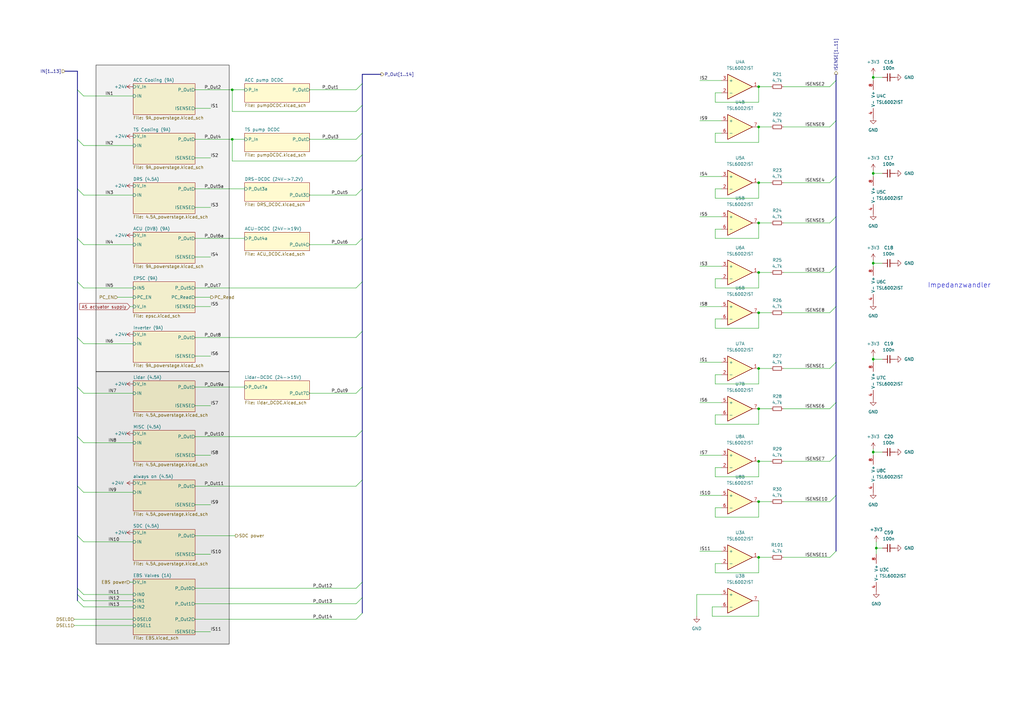
<source format=kicad_sch>
(kicad_sch (version 20231120) (generator "eeschema") (generator_version "8.0")
  (paper "A3")
  (title_block (title "PDU FT25") (date "2024-11-23") (rev "V1.1") (company "Janek Herm") (comment 1 "FaSTTUBe Electronics"))
  (lib_symbols
    (symbol "Device:C_Small" (pin_numbers hide) (pin_names (offset 0.254) hide)
      (property "Reference" "C" (at 0.254 1.778 0))
      (property "Value" "C_Small" (at 0.254 -2.032 0))
      (symbol "C_Small_0_1"
        (polyline (pts (xy -1.524 -0.508) (xy 1.524 -0.508)) (stroke (width 0.3302)))
        (polyline (pts (xy -1.524 0.508) (xy 1.524 0.508)) (stroke (width 0.3048)))
      )
      (symbol "C_Small_1_1"
        (pin passive line (at 0 2.54 270) (length 2.032) (name "~") (number "1"))
        (pin passive line (at 0 -2.54 90) (length 2.032) (name "~") (number "2"))
      )
    )
    (symbol "Device:Opamp_Dual"
      (property "Reference" "U" (at 0 5.08 0))
      (property "Value" "Opamp_Dual" (at 0 -5.08 0))
      (symbol "Opamp_Dual_1_1"
        (polyline (pts (xy -5.08 5.08) (xy 5.08 0) (xy -5.08 -5.08) (xy -5.08 5.08)) (stroke (width 0.254)) (fill (type background)))
        (pin output line (at 7.62 0 180) (length 2.54) (name "~") (number "1"))
        (pin input line (at -7.62 -2.54 0) (length 2.54) (name "-") (number "2"))
        (pin input line (at -7.62 2.54 0) (length 2.54) (name "+") (number "3"))
      )
      (symbol "Opamp_Dual_2_1"
        (polyline (pts (xy -5.08 5.08) (xy 5.08 0) (xy -5.08 -5.08) (xy -5.08 5.08)) (stroke (width 0.254)) (fill (type background)))
        (pin input line (at -7.62 2.54 0) (length 2.54) (name "+") (number "5"))
        (pin input line (at -7.62 -2.54 0) (length 2.54) (name "-") (number "6"))
        (pin output line (at 7.62 0 180) (length 2.54) (name "~") (number "7"))
      )
      (symbol "Opamp_Dual_3_1"
        (pin power_in line (at -2.54 -7.62 90) (length 3.81) (name "V-") (number "4"))
        (pin power_in line (at -2.54 7.62 270) (length 3.81) (name "V+") (number "8"))
      )
    )
    (symbol "Device:R_Small" (pin_numbers hide) (pin_names (offset 0.254) hide)
      (property "Reference" "R" (at 0.762 0.508 0))
      (property "Value" "R_Small" (at 0.762 -1.016 0))
      (symbol "R_Small_0_1"
        (rectangle (start -0.762 1.778) (end 0.762 -1.778) (stroke (width 0.2032)))
      )
      (symbol "R_Small_1_1"
        (pin passive line (at 0 2.54 270) (length 0.762) (name "~") (number "1"))
        (pin passive line (at 0 -2.54 90) (length 0.762) (name "~") (number "2"))
      )
    )
    (symbol "power:+12V" (power) (pin_numbers hide) (pin_names (offset 0) hide)
      (property "Value" "+12V" (at 0 3.556 0))
      (symbol "+12V_0_1"
        (polyline (pts (xy -0.762 1.27) (xy 0 2.54)))
        (polyline (pts (xy 0 0) (xy 0 2.54)))
        (polyline (pts (xy 0 2.54) (xy 0.762 1.27)))
      )
      (symbol "+12V_1_1"
        (pin power_in line (at 0 0 90) (length 0) (name "~") (number "1"))
      )
    )
    (symbol "power:+24V" (power) (pin_numbers hide) (pin_names (offset 0) hide)
      (property "Value" "+24V" (at 0 3.556 0))
      (symbol "+24V_0_1"
        (polyline (pts (xy -0.762 1.27) (xy 0 2.54)))
        (polyline (pts (xy 0 0) (xy 0 2.54)))
        (polyline (pts (xy 0 2.54) (xy 0.762 1.27)))
      )
      (symbol "+24V_1_1"
        (pin power_in line (at 0 0 90) (length 0) (name "~") (number "1"))
      )
    )
    (symbol "power:+3.3V" (power) (pin_numbers hide) (pin_names (offset 0) hide)
      (property "Value" "+3.3V" (at 0 3.556 0))
      (symbol "+3.3V_0_1"
        (polyline (pts (xy -0.762 1.27) (xy 0 2.54)))
        (polyline (pts (xy 0 0) (xy 0 2.54)))
        (polyline (pts (xy 0 2.54) (xy 0.762 1.27)))
      )
      (symbol "+3.3V_1_1"
        (pin power_in line (at 0 0 90) (length 0) (name "~") (number "1"))
      )
    )
    (symbol "power:GND" (power) (pin_numbers hide) (pin_names (offset 0) hide)
      (property "Value" "GND" (at 0 -3.81 0))
      (symbol "GND_0_1"
        (polyline (pts (xy 0 0) (xy 0 -1.27) (xy 1.27 -1.27) (xy 0 -2.54) (xy -1.27 -1.27) (xy 0 -1.27)))
      )
      (symbol "GND_1_1"
        (pin power_in line (at 0 0 270) (length 0) (name "~") (number "1"))
      )
    )
  )
  (junction (at 311.15 111.76))
  (junction (at 358.14 71.12))
  (junction (at 358.14 31.75))
  (junction (at 358.14 185.42))
  (junction (at 311.15 128.27))
  (junction (at 95.25 36.83))
  (junction (at 95.25 57.15))
  (junction (at 311.15 52.07))
  (junction (at 311.15 205.74))
  (junction (at 311.15 228.6))
  (junction (at 359.41 224.79))
  (junction (at 311.15 151.13))
  (junction (at 311.15 91.44))
  (junction (at 311.15 35.56))
  (junction (at 358.14 147.32))
  (junction (at 358.14 107.95))
  (junction (at 311.15 74.93))
  (junction (at 311.15 189.23))
  (junction (at 311.15 167.64))
  (bus_entry (at 340.36 228.6) (size 2.54 -2.54))
  (bus_entry (at 31.75 199.39) (size 2.54 2.54))
  (bus_entry (at 34.29 80.01) (size -2.54 -2.54))
  (bus_entry (at 31.75 219.71) (size 2.54 2.54))
  (bus_entry (at 146.05 254) (size 2.54 -2.54))
  (bus_entry (at 34.29 140.97) (size -2.54 -2.54))
  (bus_entry (at 146.05 247.65) (size 2.54 -2.54))
  (bus_entry (at 340.36 151.13) (size 2.54 -2.54))
  (bus_entry (at 146.05 179.07) (size 2.54 -2.54))
  (bus_entry (at 340.36 189.23) (size 2.54 -2.54))
  (bus_entry (at 146.05 100.33) (size 2.54 -2.54))
  (bus_entry (at 146.05 199.39) (size 2.54 -2.54))
  (bus_entry (at 340.36 111.76) (size 2.54 -2.54))
  (bus_entry (at 340.36 205.74) (size 2.54 -2.54))
  (bus_entry (at 340.36 74.93) (size 2.54 -2.54))
  (bus_entry (at 34.29 118.11) (size -2.54 -2.54))
  (bus_entry (at 146.05 118.11) (size 2.54 -2.54))
  (bus_entry (at 340.36 52.07) (size 2.54 -2.54))
  (bus_entry (at 34.29 100.33) (size -2.54 -2.54))
  (bus_entry (at 146.05 57.15) (size 2.54 -2.54))
  (bus_entry (at 146.05 161.29) (size 2.54 -2.54))
  (bus_entry (at 146.05 66.04) (size 2.54 -2.54))
  (bus_entry (at 146.05 241.3) (size 2.54 -2.54))
  (bus_entry (at 340.36 167.64) (size 2.54 -2.54))
  (bus_entry (at 31.75 179.07) (size 2.54 2.54))
  (bus_entry (at 34.29 39.37) (size -2.54 -2.54))
  (bus_entry (at 146.05 80.01) (size 2.54 -2.54))
  (bus_entry (at 340.36 91.44) (size 2.54 -2.54))
  (bus_entry (at 31.75 243.84) (size 2.54 2.54))
  (bus_entry (at 31.75 246.38) (size 2.54 2.54))
  (bus_entry (at 31.75 241.3) (size 2.54 2.54))
  (bus_entry (at 146.05 45.72) (size 2.54 -2.54))
  (bus_entry (at 340.36 128.27) (size 2.54 -2.54))
  (bus_entry (at 340.36 35.56) (size 2.54 -2.54))
  (bus_entry (at 34.29 59.69) (size -2.54 -2.54))
  (bus_entry (at 146.05 138.43) (size 2.54 -2.54))
  (bus_entry (at 146.05 36.83) (size 2.54 -2.54))
  (bus_entry (at 31.75 158.75) (size 2.54 2.54))
  (wire (pts (xy 293.37 130.81) (xy 293.37 134.62)))
  (bus (pts (xy 342.9 88.9) (xy 342.9 109.22)))
  (wire (pts (xy 311.15 189.23) (xy 311.15 195.58)))
  (bus (pts (xy 342.9 125.73) (xy 342.9 148.59)))
  (wire (pts (xy 321.31 52.07) (xy 340.36 52.07)))
  (wire (pts (xy 311.15 151.13) (xy 311.15 157.48)))
  (wire (pts (xy 34.29 100.33) (xy 54.61 100.33)))
  (wire (pts (xy 311.15 234.95) (xy 311.15 228.6)))
  (wire (pts (xy 321.31 205.74) (xy 340.36 205.74)))
  (bus (pts (xy 342.9 148.59) (xy 342.9 165.1)))
  (bus (pts (xy 31.75 243.84) (xy 31.75 246.38)))
  (wire (pts (xy 358.14 30.48) (xy 358.14 31.75)))
  (wire (pts (xy 311.15 205.74) (xy 311.15 212.09)))
  (wire (pts (xy 359.41 224.79) (xy 361.95 224.79)))
  (wire (pts (xy 295.91 248.92) (xy 292.1 248.92)))
  (wire (pts (xy 311.15 128.27) (xy 311.15 134.62)))
  (wire (pts (xy 293.37 81.28) (xy 311.15 81.28)))
  (bus (pts (xy 31.75 241.3) (xy 31.75 243.84)))
  (wire (pts (xy 293.37 54.61) (xy 293.37 58.42)))
  (wire (pts (xy 311.15 74.93) (xy 316.23 74.93)))
  (wire (pts (xy 287.02 33.02) (xy 295.91 33.02)))
  (wire (pts (xy 287.02 226.06) (xy 295.91 226.06)))
  (wire (pts (xy 311.15 189.23) (xy 316.23 189.23)))
  (wire (pts (xy 95.25 45.72) (xy 146.05 45.72)))
  (wire (pts (xy 95.25 36.83) (xy 100.33 36.83)))
  (wire (pts (xy 293.37 195.58) (xy 311.15 195.58)))
  (wire (pts (xy 80.01 146.05) (xy 86.36 146.05)))
  (bus (pts (xy 148.59 63.5) (xy 148.59 77.47)))
  (wire (pts (xy 295.91 231.14) (xy 293.37 231.14)))
  (wire (pts (xy 292.1 248.92) (xy 292.1 252.73)))
  (wire (pts (xy 53.34 238.76) (xy 54.61 238.76)))
  (wire (pts (xy 34.29 80.01) (xy 54.61 80.01)))
  (wire (pts (xy 295.91 114.3) (xy 293.37 114.3)))
  (wire (pts (xy 285.75 243.84) (xy 295.91 243.84)))
  (wire (pts (xy 295.91 191.77) (xy 293.37 191.77)))
  (wire (pts (xy 311.15 35.56) (xy 316.23 35.56)))
  (wire (pts (xy 295.91 130.81) (xy 293.37 130.81)))
  (wire (pts (xy 295.91 54.61) (xy 293.37 54.61)))
  (wire (pts (xy 311.15 111.76) (xy 316.23 111.76)))
  (bus (pts (xy 148.59 238.76) (xy 148.59 245.11)))
  (wire (pts (xy 295.91 170.18) (xy 293.37 170.18)))
  (wire (pts (xy 287.02 148.59) (xy 295.91 148.59)))
  (bus (pts (xy 156.21 30.48) (xy 148.59 30.48)))
  (wire (pts (xy 358.14 107.95) (xy 361.95 107.95)))
  (wire (pts (xy 295.91 208.28) (xy 293.37 208.28)))
  (wire (pts (xy 358.14 69.85) (xy 358.14 71.12)))
  (wire (pts (xy 293.37 212.09) (xy 311.15 212.09)))
  (wire (pts (xy 30.48 254) (xy 54.61 254)))
  (wire (pts (xy 80.01 77.47) (xy 100.33 77.47)))
  (bus (pts (xy 342.9 72.39) (xy 342.9 88.9)))
  (wire (pts (xy 80.01 44.45) (xy 86.36 44.45)))
  (bus (pts (xy 148.59 158.75) (xy 148.59 176.53)))
  (wire (pts (xy 321.31 151.13) (xy 340.36 151.13)))
  (wire (pts (xy 358.14 185.42) (xy 358.14 186.69)))
  (wire (pts (xy 321.31 228.6) (xy 340.36 228.6)))
  (wire (pts (xy 127 57.15) (xy 146.05 57.15)))
  (wire (pts (xy 80.01 179.07) (xy 146.05 179.07)))
  (wire (pts (xy 287.02 125.73) (xy 295.91 125.73)))
  (wire (pts (xy 287.02 109.22) (xy 295.91 109.22)))
  (wire (pts (xy 358.14 71.12) (xy 361.95 71.12)))
  (wire (pts (xy 80.01 138.43) (xy 146.05 138.43)))
  (bus (pts (xy 342.9 109.22) (xy 342.9 125.73)))
  (wire (pts (xy 311.15 167.64) (xy 316.23 167.64)))
  (wire (pts (xy 311.15 52.07) (xy 311.15 58.42)))
  (wire (pts (xy 358.14 31.75) (xy 361.95 31.75)))
  (wire (pts (xy 34.29 243.84) (xy 54.61 243.84)))
  (bus (pts (xy 31.75 57.15) (xy 31.75 77.47)))
  (bus (pts (xy 31.75 29.21) (xy 31.75 36.83)))
  (wire (pts (xy 321.31 128.27) (xy 340.36 128.27)))
  (bus (pts (xy 148.59 196.85) (xy 148.59 238.76)))
  (wire (pts (xy 287.02 72.39) (xy 295.91 72.39)))
  (wire (pts (xy 311.15 52.07) (xy 316.23 52.07)))
  (wire (pts (xy 80.01 105.41) (xy 86.36 105.41)))
  (wire (pts (xy 359.41 222.25) (xy 359.41 224.79)))
  (wire (pts (xy 293.37 157.48) (xy 311.15 157.48)))
  (wire (pts (xy 311.15 205.74) (xy 316.23 205.74)))
  (wire (pts (xy 80.01 125.73) (xy 86.36 125.73)))
  (wire (pts (xy 293.37 97.79) (xy 311.15 97.79)))
  (wire (pts (xy 80.01 158.75) (xy 100.33 158.75)))
  (wire (pts (xy 295.91 93.98) (xy 293.37 93.98)))
  (bus (pts (xy 31.75 179.07) (xy 31.75 199.39)))
  (wire (pts (xy 80.01 207.01) (xy 86.36 207.01)))
  (bus (pts (xy 26.67 29.21) (xy 31.75 29.21)))
  (wire (pts (xy 287.02 186.69) (xy 295.91 186.69)))
  (wire (pts (xy 293.37 58.42) (xy 311.15 58.42)))
  (bus (pts (xy 31.75 97.79) (xy 31.75 115.57)))
  (wire (pts (xy 293.37 234.95) (xy 311.15 234.95)))
  (bus (pts (xy 148.59 176.53) (xy 148.59 196.85)))
  (wire (pts (xy 34.29 59.69) (xy 54.61 59.69)))
  (bus (pts (xy 342.9 186.69) (xy 342.9 203.2)))
  (wire (pts (xy 358.14 147.32) (xy 358.14 148.59)))
  (wire (pts (xy 295.91 153.67) (xy 293.37 153.67)))
  (bus (pts (xy 31.75 219.71) (xy 31.75 241.3)))
  (wire (pts (xy 292.1 252.73) (xy 311.15 252.73)))
  (wire (pts (xy 321.31 91.44) (xy 340.36 91.44)))
  (wire (pts (xy 285.75 243.84) (xy 285.75 252.73)))
  (bus (pts (xy 148.59 245.11) (xy 148.59 251.46)))
  (wire (pts (xy 80.01 247.65) (xy 146.05 247.65)))
  (wire (pts (xy 293.37 153.67) (xy 293.37 157.48)))
  (wire (pts (xy 34.29 39.37) (xy 54.61 39.37)))
  (wire (pts (xy 293.37 38.1) (xy 293.37 41.91)))
  (wire (pts (xy 34.29 222.25) (xy 54.61 222.25)))
  (wire (pts (xy 293.37 208.28) (xy 293.37 212.09)))
  (wire (pts (xy 80.01 64.77) (xy 86.36 64.77)))
  (wire (pts (xy 95.25 57.15) (xy 95.25 66.04)))
  (bus (pts (xy 342.9 165.1) (xy 342.9 186.69)))
  (wire (pts (xy 80.01 254) (xy 146.05 254)))
  (wire (pts (xy 34.29 118.11) (xy 54.61 118.11)))
  (wire (pts (xy 30.48 256.54) (xy 54.61 256.54)))
  (wire (pts (xy 311.15 252.73) (xy 311.15 246.38)))
  (wire (pts (xy 358.14 184.15) (xy 358.14 185.42)))
  (wire (pts (xy 321.31 74.93) (xy 340.36 74.93)))
  (wire (pts (xy 358.14 71.12) (xy 358.14 72.39)))
  (wire (pts (xy 293.37 134.62) (xy 311.15 134.62)))
  (bus (pts (xy 148.59 43.18) (xy 148.59 54.61)))
  (wire (pts (xy 287.02 165.1) (xy 295.91 165.1)))
  (bus (pts (xy 148.59 77.47) (xy 148.59 97.79)))
  (wire (pts (xy 311.15 111.76) (xy 311.15 118.11)))
  (wire (pts (xy 321.31 111.76) (xy 340.36 111.76)))
  (wire (pts (xy 287.02 49.53) (xy 295.91 49.53)))
  (wire (pts (xy 80.01 121.92) (xy 86.36 121.92)))
  (wire (pts (xy 80.01 118.11) (xy 146.05 118.11)))
  (bus (pts (xy 31.75 158.75) (xy 31.75 179.07)))
  (wire (pts (xy 295.91 77.47) (xy 293.37 77.47)))
  (wire (pts (xy 293.37 170.18) (xy 293.37 173.99)))
  (bus (pts (xy 342.9 33.02) (xy 342.9 49.53)))
  (wire (pts (xy 80.01 219.71) (xy 96.52 219.71)))
  (wire (pts (xy 127 100.33) (xy 146.05 100.33)))
  (bus (pts (xy 31.75 36.83) (xy 31.75 57.15)))
  (wire (pts (xy 95.25 66.04) (xy 146.05 66.04)))
  (wire (pts (xy 34.29 181.61) (xy 54.61 181.61)))
  (wire (pts (xy 293.37 41.91) (xy 311.15 41.91)))
  (wire (pts (xy 293.37 118.11) (xy 311.15 118.11)))
  (wire (pts (xy 34.29 246.38) (xy 54.61 246.38)))
  (bus (pts (xy 342.9 203.2) (xy 342.9 226.06)))
  (wire (pts (xy 293.37 231.14) (xy 293.37 234.95)))
  (wire (pts (xy 358.14 185.42) (xy 361.95 185.42)))
  (bus (pts (xy 148.59 135.89) (xy 148.59 158.75)))
  (wire (pts (xy 53.34 125.73) (xy 54.61 125.73)))
  (wire (pts (xy 311.15 74.93) (xy 311.15 81.28)))
  (wire (pts (xy 80.01 36.83) (xy 95.25 36.83)))
  (wire (pts (xy 95.25 57.15) (xy 100.33 57.15)))
  (wire (pts (xy 293.37 93.98) (xy 293.37 97.79)))
  (wire (pts (xy 295.91 38.1) (xy 293.37 38.1)))
  (bus (pts (xy 148.59 34.29) (xy 148.59 43.18)))
  (wire (pts (xy 54.61 201.93) (xy 34.29 201.93)))
  (wire (pts (xy 358.14 147.32) (xy 361.95 147.32)))
  (wire (pts (xy 293.37 173.99) (xy 311.15 173.99)))
  (wire (pts (xy 127 80.01) (xy 146.05 80.01)))
  (wire (pts (xy 80.01 199.39) (xy 146.05 199.39)))
  (wire (pts (xy 80.01 57.15) (xy 95.25 57.15)))
  (bus (pts (xy 31.75 77.47) (xy 31.75 97.79)))
  (wire (pts (xy 293.37 191.77) (xy 293.37 195.58)))
  (bus (pts (xy 342.9 49.53) (xy 342.9 72.39)))
  (bus (pts (xy 148.59 97.79) (xy 148.59 115.57)))
  (bus (pts (xy 148.59 30.48) (xy 148.59 34.29)))
  (wire (pts (xy 80.01 186.69) (xy 86.36 186.69)))
  (wire (pts (xy 287.02 203.2) (xy 295.91 203.2)))
  (bus (pts (xy 148.59 115.57) (xy 148.59 135.89)))
  (wire (pts (xy 321.31 35.56) (xy 340.36 35.56)))
  (wire (pts (xy 358.14 146.05) (xy 358.14 147.32)))
  (wire (pts (xy 80.01 241.3) (xy 146.05 241.3)))
  (wire (pts (xy 80.01 259.08) (xy 86.36 259.08)))
  (bus (pts (xy 31.75 199.39) (xy 31.75 219.71)))
  (bus (pts (xy 31.75 138.43) (xy 31.75 158.75)))
  (wire (pts (xy 311.15 91.44) (xy 311.15 97.79)))
  (wire (pts (xy 80.01 166.37) (xy 86.36 166.37)))
  (wire (pts (xy 311.15 167.64) (xy 311.15 173.99)))
  (wire (pts (xy 358.14 31.75) (xy 358.14 33.02)))
  (wire (pts (xy 311.15 91.44) (xy 316.23 91.44)))
  (wire (pts (xy 34.29 140.97) (xy 54.61 140.97)))
  (wire (pts (xy 321.31 189.23) (xy 340.36 189.23)))
  (wire (pts (xy 359.41 224.79) (xy 359.41 227.33)))
  (wire (pts (xy 358.14 106.68) (xy 358.14 107.95)))
  (wire (pts (xy 95.25 36.83) (xy 95.25 45.72)))
  (wire (pts (xy 311.15 35.56) (xy 311.15 41.91)))
  (wire (pts (xy 293.37 77.47) (xy 293.37 81.28)))
  (wire (pts (xy 80.01 227.33) (xy 86.36 227.33)))
  (wire (pts (xy 287.02 88.9) (xy 295.91 88.9)))
  (bus (pts (xy 31.75 115.57) (xy 31.75 138.43)))
  (wire (pts (xy 311.15 151.13) (xy 316.23 151.13)))
  (wire (pts (xy 34.29 161.29) (xy 54.61 161.29)))
  (wire (pts (xy 358.14 107.95) (xy 358.14 109.22)))
  (wire (pts (xy 34.29 248.92) (xy 54.61 248.92)))
  (wire (pts (xy 321.31 167.64) (xy 340.36 167.64)))
  (wire (pts (xy 80.01 85.09) (xy 86.36 85.09)))
  (wire (pts (xy 80.01 97.79) (xy 100.33 97.79)))
  (bus (pts (xy 148.59 54.61) (xy 148.59 63.5)))
  (wire (pts (xy 311.15 128.27) (xy 316.23 128.27)))
  (wire (pts (xy 127 161.29) (xy 146.05 161.29)))
  (wire (pts (xy 293.37 114.3) (xy 293.37 118.11)))
  (wire (pts (xy 48.26 121.92) (xy 54.61 121.92)))
  (wire (pts (xy 311.15 228.6) (xy 316.23 228.6)))
  (wire (pts (xy 127 36.83) (xy 146.05 36.83)))
  (bus (pts (xy 342.9 30.48) (xy 342.9 33.02)))
  (rectangle (start 39.37 152.4) (end 93.98 264.16) (stroke (width 0) (color 0 0 0 1)) (fill (type color) (color 132 132 132 0.2)))
  (rectangle (start 39.37 26.67) (end 93.98 152.4) (stroke (width 0) (color 0 0 0 1)) (fill (type color) (color 194 194 194 0.2)))
  (text "Impedanzwandler" (at 393.446 117.094 0) (effects (font (size 2 2))))
  (label "P_Out10" (at 83.82 179.07 0))
  (label "ISENSE10" (at 330.2 205.74 0))
  (label "IS2" (at 86.36 64.77 0))
  (label "IN2" (at 43.18 59.69 0))
  (label "IS6" (at 86.36 146.05 0))
  (label "P_Out7" (at 83.82 118.11 0))
  (label "IS10" (at 287.02 203.2 0))
  (label "P_Out14" (at 128.27 254 0))
  (label "IS1" (at 86.36 44.45 0))
  (label "ISENSE9" (at 330.2 52.07 0))
  (label "IS7" (at 86.36 166.37 0))
  (label "P_Out2" (at 83.82 36.83 0))
  (label "IN4" (at 43.18 100.33 0))
  (label "IN10" (at 44.45 222.25 0))
  (label "IS5" (at 86.36 125.73 0))
  (label "P_Out4" (at 83.82 57.15 0))
  (label "IS9" (at 287.02 49.53 0))
  (label "IS7" (at 287.02 186.69 0))
  (label "P_Out9a" (at 83.82 158.75 0))
  (label "IN8" (at 44.45 181.61 0))
  (label "IS1" (at 287.02 148.59 0))
  (label "IN13" (at 44.45 248.92 0))
  (label "IS8" (at 86.36 186.69 0))
  (label "IS2" (at 287.02 33.02 0))
  (label "IS3" (at 287.02 109.22 0))
  (label "P_Out5" (at 135.89 80.01 0))
  (label "IS11" (at 287.02 226.06 0))
  (label "ISENSE4" (at 330.2 74.93 0))
  (label "IN6" (at 43.18 140.97 0))
  (label "IS5" (at 287.02 88.9 0))
  (label "IS8" (at 287.02 125.73 0))
  (label "P_Out1" (at 132.08 36.83 0))
  (label "P_Out5a" (at 83.82 77.47 0))
  (label "P_Out8" (at 83.82 138.43 0))
  (label "IS10" (at 86.36 227.33 0))
  (label "P_Out3" (at 132.08 57.15 0))
  (label "IN9" (at 44.45 201.93 0))
  (label "IN3" (at 43.18 80.01 0))
  (label "IS6" (at 287.02 165.1 0))
  (label "IS4" (at 86.36 105.41 0))
  (label "P_Out9" (at 135.89 161.29 0))
  (label "ISENSE3" (at 330.2 111.76 0))
  (label "ISENSE11" (at 330.2 228.6 0))
  (label "IN12" (at 44.45 246.38 0))
  (label "P_Out13" (at 128.27 247.65 0))
  (label "P_Out6" (at 135.89 100.33 0))
  (label "IS4" (at 287.02 72.39 0))
  (label "P_Out11" (at 83.82 199.39 0))
  (label "IS9" (at 86.36 207.01 0))
  (label "IN7" (at 44.45 161.29 0))
  (label "ISENSE2" (at 330.2 35.56 0))
  (label "P_Out12" (at 128.27 241.3 0))
  (label "IS3" (at 86.36 85.09 0))
  (label "IN1" (at 43.18 39.37 0))
  (label "ISENSE8" (at 330.2 128.27 0))
  (label "ISENSE1" (at 330.2 151.13 0))
  (label "P_Out6a" (at 83.82 97.79 0))
  (label "ISENSE7" (at 330.2 189.23 0))
  (label "IN5" (at 43.18 118.11 0))
  (label "IS11" (at 86.36 259.08 0))
  (label "IN11" (at 44.45 243.84 0))
  (label "ISENSE5" (at 330.2 91.44 0))
  (label "ISENSE6" (at 330.2 167.64 0))
  (global_label "AS actuator supply" (shape input) (at 53.34 125.73 180) (property "Intersheetrefs" "${INTERSHEET_REFS}" (effects (hide yes))))
  (hierarchical_label "PC_EN" (shape input) (at 48.26 121.92 180))
  (hierarchical_label "ISENSE[1..11]" (shape output) (at 342.9 30.48 90))
  (hierarchical_label "PC_Read" (shape output) (at 86.36 121.92 0))
  (hierarchical_label "DSEL0" (shape input) (at 30.48 254 180))
  (hierarchical_label "DSEL1" (shape input) (at 30.48 256.54 180))
  (hierarchical_label "P_Out[1..14]" (shape output) (at 156.21 30.48 0))
  (hierarchical_label "IN[1..13]" (shape input) (at 26.67 29.21 180))
  (hierarchical_label "SDC power" (shape output) (at 96.52 219.71 0))
  (hierarchical_label "EBS power" (shape input) (at 53.34 238.76 180) (effects (font (thickness 0.1588))))
  (symbol (lib_id "power:GND") (at 367.03 147.32 90) (unit 1)
    (property "Reference" "#PWR061" (effects (hide yes)))
    (property "Value" "GND" (at 370.84 147.3199 90) (effects (justify right)))
    (property "Description" "Power symbol creates a global label with name \"GND\" , ground" (effects (hide yes)))
  )
  (symbol (lib_id "Device:C_Small") (at 364.49 224.79 90) (unit 1)
    (property "Reference" "C59" (at 364.4963 218.44 90))
    (property "Value" "100n" (at 364.4963 220.98 90))
    (property "Footprint" "Capacitor_SMD:C_0603_1608Metric" (effects (hide yes)))
    (property "Description" "Unpolarized capacitor, small symbol" (effects (hide yes)))
  )
  (symbol (lib_id "power:+12V") (at 54.61 76.2 90) (unit 1)
    (property "Reference" "#PWR053" (effects (hide yes)))
    (property "Value" "+24V" (at 49.53 76.2 90))
    (property "Description" "Power symbol creates a global label with name \"+12V\"" (effects (hide yes)))
  )
  (symbol (lib_id "Device:Opamp_Dual") (at 360.68 194.31 0) (unit 3)
    (property "Reference" "U8" (at 359.41 193.0399 0) (effects (justify left)))
    (property "Value" "TSL6002IST" (at 359.41 195.5799 0) (effects (justify left)))
    (property "Footprint" "TSL6002IST:SOP65P490X110-8N" (effects (hide yes)))
    (property "Datasheet" "https://www.st.com/resource/en/datasheet/tsl6001.pdf" (effects (hide yes)))
    (property "Description" "Dual operational amplifier" (effects (hide yes)))
    (property "Sim.Library" "${KICAD7_SYMBOL_DIR}/Simulation_SPICE.sp" (effects (hide yes)))
    (property "Sim.Name" "kicad_builtin_opamp_dual" (effects (hide yes)))
    (property "Sim.Device" "SUBCKT" (effects (hide yes)))
    (property "Sim.Pins" "1=out1 2=in1- 3=in1+ 4=vee 5=in2+ 6=in2- 7=out2 8=vcc" (effects (hide yes)))
  )
  (symbol (lib_id "Device:R_Small") (at 318.77 128.27 90) (unit 1)
    (property "Reference" "R26" (at 318.77 123.19 90))
    (property "Value" "4.7k" (at 318.77 125.73 90))
    (property "Footprint" "Resistor_SMD:R_0603_1608Metric" (effects (hide yes)))
    (property "Description" "Resistor, small symbol" (effects (hide yes)))
  )
  (symbol (lib_id "Device:C_Small") (at 364.49 31.75 90) (unit 1)
    (property "Reference" "C16" (at 364.4963 25.4 90))
    (property "Value" "100n" (at 364.4963 27.94 90))
    (property "Footprint" "Capacitor_SMD:C_0603_1608Metric" (effects (hide yes)))
    (property "Description" "Unpolarized capacitor, small symbol" (effects (hide yes)))
  )
  (symbol (lib_id "power:+24V") (at 54.61 198.12 90) (unit 1)
    (property "Reference" "#PWR067" (effects (hide yes)))
    (property "Value" "+24V" (at 50.8 198.1199 90) (effects (justify left)))
    (property "Description" "Power symbol creates a global label with name \"+24V\"" (effects (hide yes)))
  )
  (symbol (lib_id "power:+3.3V") (at 358.14 184.15 0) (unit 1)
    (property "Reference" "#PWR065" (effects (hide yes)))
    (property "Value" "+3V3" (at 358.14 179.07 0))
    (property "Description" "Power symbol creates a global label with name \"+3.3V\"" (effects (hide yes)))
  )
  (symbol (lib_id "power:GND") (at 358.14 48.26 0) (unit 1)
    (property "Reference" "#PWR049" (effects (hide yes)))
    (property "Value" "GND" (at 358.14 53.34 0))
    (property "Description" "Power symbol creates a global label with name \"GND\" , ground" (effects (hide yes)))
  )
  (symbol (lib_id "Device:Opamp_Dual") (at 361.95 234.95 0) (unit 3)
    (property "Reference" "U3" (at 360.68 233.6799 0) (effects (justify left)))
    (property "Value" "TSL6002IST" (at 360.68 236.2199 0) (effects (justify left)))
    (property "Footprint" "TSL6002IST:SOP65P490X110-8N" (effects (hide yes)))
    (property "Datasheet" "https://www.st.com/resource/en/datasheet/tsl6001.pdf" (effects (hide yes)))
    (property "Description" "Dual operational amplifier" (effects (hide yes)))
    (property "Sim.Library" "${KICAD7_SYMBOL_DIR}/Simulation_SPICE.sp" (effects (hide yes)))
    (property "Sim.Name" "kicad_builtin_opamp_dual" (effects (hide yes)))
    (property "Sim.Device" "SUBCKT" (effects (hide yes)))
    (property "Sim.Pins" "1=out1 2=in1- 3=in1+ 4=vee 5=in2+ 6=in2- 7=out2 8=vcc" (effects (hide yes)))
  )
  (symbol (lib_id "Device:Opamp_Dual") (at 303.53 91.44 0) (unit 2)
    (property "Reference" "U5" (at 303.53 81.28 0))
    (property "Value" "TSL6002IST" (at 303.53 83.82 0))
    (property "Footprint" "TSL6002IST:SOP65P490X110-8N" (effects (hide yes)))
    (property "Datasheet" "https://www.st.com/resource/en/datasheet/tsl6001.pdf" (effects (hide yes)))
    (property "Description" "Dual operational amplifier" (effects (hide yes)))
    (property "Sim.Library" "${KICAD7_SYMBOL_DIR}/Simulation_SPICE.sp" (effects (hide yes)))
    (property "Sim.Name" "kicad_builtin_opamp_dual" (effects (hide yes)))
    (property "Sim.Device" "SUBCKT" (effects (hide yes)))
    (property "Sim.Pins" "1=out1 2=in1- 3=in1+ 4=vee 5=in2+ 6=in2- 7=out2 8=vcc" (effects (hide yes)))
  )
  (symbol (lib_id "power:+3.3V") (at 358.14 69.85 0) (unit 1)
    (property "Reference" "#PWR051" (effects (hide yes)))
    (property "Value" "+3V3" (at 358.14 64.77 0))
    (property "Description" "Power symbol creates a global label with name \"+3.3V\"" (effects (hide yes)))
  )
  (symbol (lib_id "Device:Opamp_Dual") (at 360.68 80.01 0) (unit 3)
    (property "Reference" "U5" (at 359.41 78.7399 0) (effects (justify left)))
    (property "Value" "TSL6002IST" (at 359.41 81.2799 0) (effects (justify left)))
    (property "Footprint" "TSL6002IST:SOP65P490X110-8N" (effects (hide yes)))
    (property "Datasheet" "https://www.st.com/resource/en/datasheet/tsl6001.pdf" (effects (hide yes)))
    (property "Description" "Dual operational amplifier" (effects (hide yes)))
    (property "Sim.Library" "${KICAD7_SYMBOL_DIR}/Simulation_SPICE.sp" (effects (hide yes)))
    (property "Sim.Name" "kicad_builtin_opamp_dual" (effects (hide yes)))
    (property "Sim.Device" "SUBCKT" (effects (hide yes)))
    (property "Sim.Pins" "1=out1 2=in1- 3=in1+ 4=vee 5=in2+ 6=in2- 7=out2 8=vcc" (effects (hide yes)))
  )
  (symbol (lib_id "Device:C_Small") (at 364.49 185.42 90) (unit 1)
    (property "Reference" "C20" (at 364.4963 179.07 90))
    (property "Value" "100n" (at 364.4963 181.61 90))
    (property "Footprint" "Capacitor_SMD:C_0603_1608Metric" (effects (hide yes)))
    (property "Description" "Unpolarized capacitor, small symbol" (effects (hide yes)))
  )
  (symbol (lib_id "Device:R_Small") (at 318.77 111.76 90) (unit 1)
    (property "Reference" "R25" (at 318.77 106.68 90))
    (property "Value" "4.7k" (at 318.77 109.22 90))
    (property "Footprint" "Resistor_SMD:R_0603_1608Metric" (effects (hide yes)))
    (property "Description" "Resistor, small symbol" (effects (hide yes)))
  )
  (symbol (lib_id "Device:R_Small") (at 318.77 74.93 90) (unit 1)
    (property "Reference" "R23" (at 318.77 69.85 90))
    (property "Value" "4.7k" (at 318.77 72.39 90))
    (property "Footprint" "Resistor_SMD:R_0603_1608Metric" (effects (hide yes)))
    (property "Description" "Resistor, small symbol" (effects (hide yes)))
  )
  (symbol (lib_id "Device:Opamp_Dual") (at 303.53 35.56 0) (unit 1)
    (property "Reference" "U4" (at 303.53 25.4 0))
    (property "Value" "TSL6002IST" (at 303.53 27.94 0))
    (property "Footprint" "TSL6002IST:SOP65P490X110-8N" (effects (hide yes)))
    (property "Datasheet" "https://www.st.com/resource/en/datasheet/tsl6001.pdf" (effects (hide yes)))
    (property "Description" "Dual operational amplifier" (effects (hide yes)))
    (property "Sim.Library" "${KICAD7_SYMBOL_DIR}/Simulation_SPICE.sp" (effects (hide yes)))
    (property "Sim.Name" "kicad_builtin_opamp_dual" (effects (hide yes)))
    (property "Sim.Device" "SUBCKT" (effects (hide yes)))
    (property "Sim.Pins" "1=out1 2=in1- 3=in1+ 4=vee 5=in2+ 6=in2- 7=out2 8=vcc" (effects (hide yes)))
  )
  (symbol (lib_id "power:+12V") (at 54.61 137.16 90) (unit 1)
    (property "Reference" "#PWR059" (effects (hide yes)))
    (property "Value" "+24V" (at 49.53 137.16 90))
    (property "Description" "Power symbol creates a global label with name \"+12V\"" (effects (hide yes)))
  )
  (symbol (lib_id "Device:Opamp_Dual") (at 303.53 151.13 0) (unit 1)
    (property "Reference" "U7" (at 303.53 140.97 0))
    (property "Value" "TSL6002IST" (at 303.53 143.51 0))
    (property "Footprint" "TSL6002IST:SOP65P490X110-8N" (effects (hide yes)))
    (property "Datasheet" "https://www.st.com/resource/en/datasheet/tsl6001.pdf" (effects (hide yes)))
    (property "Description" "Dual operational amplifier" (effects (hide yes)))
    (property "Sim.Library" "${KICAD7_SYMBOL_DIR}/Simulation_SPICE.sp" (effects (hide yes)))
    (property "Sim.Name" "kicad_builtin_opamp_dual" (effects (hide yes)))
    (property "Sim.Device" "SUBCKT" (effects (hide yes)))
    (property "Sim.Pins" "1=out1 2=in1- 3=in1+ 4=vee 5=in2+ 6=in2- 7=out2 8=vcc" (effects (hide yes)))
  )
  (symbol (lib_id "Device:R_Small") (at 318.77 189.23 90) (unit 1)
    (property "Reference" "R29" (at 318.77 184.15 90))
    (property "Value" "4.7k" (at 318.77 186.69 90))
    (property "Footprint" "Resistor_SMD:R_0603_1608Metric" (effects (hide yes)))
    (property "Description" "Resistor, small symbol" (effects (hide yes)))
  )
  (symbol (lib_id "Device:Opamp_Dual") (at 360.68 156.21 0) (unit 3)
    (property "Reference" "U7" (at 359.41 154.9399 0) (effects (justify left)))
    (property "Value" "TSL6002IST" (at 359.41 157.4799 0) (effects (justify left)))
    (property "Footprint" "TSL6002IST:SOP65P490X110-8N" (effects (hide yes)))
    (property "Datasheet" "https://www.st.com/resource/en/datasheet/tsl6001.pdf" (effects (hide yes)))
    (property "Description" "Dual operational amplifier" (effects (hide yes)))
    (property "Sim.Library" "${KICAD7_SYMBOL_DIR}/Simulation_SPICE.sp" (effects (hide yes)))
    (property "Sim.Name" "kicad_builtin_opamp_dual" (effects (hide yes)))
    (property "Sim.Device" "SUBCKT" (effects (hide yes)))
    (property "Sim.Pins" "1=out1 2=in1- 3=in1+ 4=vee 5=in2+ 6=in2- 7=out2 8=vcc" (effects (hide yes)))
  )
  (symbol (lib_id "power:+12V") (at 54.61 35.56 90) (unit 1)
    (property "Reference" "#PWR048" (effects (hide yes)))
    (property "Value" "+24V" (at 49.53 35.56 90))
    (property "Description" "Power symbol creates a global label with name \"+12V\"" (effects (hide yes)))
  )
  (symbol (lib_id "power:+12V") (at 54.61 55.88 90) (unit 1)
    (property "Reference" "#PWR050" (effects (hide yes)))
    (property "Value" "+24V" (at 49.53 55.88 90))
    (property "Description" "Power symbol creates a global label with name \"+12V\"" (effects (hide yes)))
  )
  (symbol (lib_id "Device:Opamp_Dual") (at 303.53 111.76 0) (unit 1)
    (property "Reference" "U6" (at 303.53 101.6 0))
    (property "Value" "TSL6002IST" (at 303.53 104.14 0))
    (property "Footprint" "TSL6002IST:SOP65P490X110-8N" (effects (hide yes)))
    (property "Datasheet" "https://www.st.com/resource/en/datasheet/tsl6001.pdf" (effects (hide yes)))
    (property "Description" "Dual operational amplifier" (effects (hide yes)))
    (property "Sim.Library" "${KICAD7_SYMBOL_DIR}/Simulation_SPICE.sp" (effects (hide yes)))
    (property "Sim.Name" "kicad_builtin_opamp_dual" (effects (hide yes)))
    (property "Sim.Device" "SUBCKT" (effects (hide yes)))
    (property "Sim.Pins" "1=out1 2=in1- 3=in1+ 4=vee 5=in2+ 6=in2- 7=out2 8=vcc" (effects (hide yes)))
  )
  (symbol (lib_id "power:+3.3V") (at 358.14 30.48 0) (unit 1)
    (property "Reference" "#PWR046" (effects (hide yes)))
    (property "Value" "+3V3" (at 358.14 25.4 0))
    (property "Description" "Power symbol creates a global label with name \"+3.3V\"" (effects (hide yes)))
  )
  (symbol (lib_id "Device:Opamp_Dual") (at 360.68 40.64 0) (unit 3)
    (property "Reference" "U4" (at 359.41 39.3699 0) (effects (justify left)))
    (property "Value" "TSL6002IST" (at 359.41 41.9099 0) (effects (justify left)))
    (property "Footprint" "TSL6002IST:SOP65P490X110-8N" (effects (hide yes)))
    (property "Datasheet" "https://www.st.com/resource/en/datasheet/tsl6001.pdf" (effects (hide yes)))
    (property "Description" "Dual operational amplifier" (effects (hide yes)))
    (property "Sim.Library" "${KICAD7_SYMBOL_DIR}/Simulation_SPICE.sp" (effects (hide yes)))
    (property "Sim.Name" "kicad_builtin_opamp_dual" (effects (hide yes)))
    (property "Sim.Device" "SUBCKT" (effects (hide yes)))
    (property "Sim.Pins" "1=out1 2=in1- 3=in1+ 4=vee 5=in2+ 6=in2- 7=out2 8=vcc" (effects (hide yes)))
  )
  (symbol (lib_id "power:+12V") (at 54.61 157.48 90) (unit 1)
    (property "Reference" "#PWR062" (effects (hide yes)))
    (property "Value" "+24V" (at 49.53 157.48 90))
    (property "Description" "Power symbol creates a global label with name \"+12V\"" (effects (hide yes)))
  )
  (symbol (lib_id "Device:R_Small") (at 318.77 228.6 90) (unit 1)
    (property "Reference" "R101" (at 318.77 223.52 90))
    (property "Value" "4.7k" (at 318.77 226.06 90))
    (property "Footprint" "Resistor_SMD:R_0603_1608Metric" (effects (hide yes)))
    (property "Description" "Resistor, small symbol" (effects (hide yes)))
  )
  (symbol (lib_id "Device:R_Small") (at 318.77 35.56 90) (unit 1)
    (property "Reference" "R21" (at 318.77 30.48 90))
    (property "Value" "4.7k" (at 318.77 33.02 90))
    (property "Footprint" "Resistor_SMD:R_0603_1608Metric" (effects (hide yes)))
    (property "Description" "Resistor, small symbol" (effects (hide yes)))
  )
  (symbol (lib_id "power:GND") (at 367.03 31.75 90) (unit 1)
    (property "Reference" "#PWR047" (effects (hide yes)))
    (property "Value" "GND" (at 370.84 31.7499 90) (effects (justify right)))
    (property "Description" "Power symbol creates a global label with name \"GND\" , ground" (effects (hide yes)))
  )
  (symbol (lib_id "power:GND") (at 358.14 87.63 0) (unit 1)
    (property "Reference" "#PWR054" (effects (hide yes)))
    (property "Value" "GND" (at 358.14 92.71 0))
    (property "Description" "Power symbol creates a global label with name \"GND\" , ground" (effects (hide yes)))
  )
  (symbol (lib_id "power:GND") (at 367.03 185.42 90) (unit 1)
    (property "Reference" "#PWR066" (effects (hide yes)))
    (property "Value" "GND" (at 370.84 185.4199 90) (effects (justify right)))
    (property "Description" "Power symbol creates a global label with name \"GND\" , ground" (effects (hide yes)))
  )
  (symbol (lib_id "power:GND") (at 358.14 163.83 0) (unit 1)
    (property "Reference" "#PWR063" (effects (hide yes)))
    (property "Value" "GND" (at 358.14 168.91 0))
    (property "Description" "Power symbol creates a global label with name \"GND\" , ground" (effects (hide yes)))
  )
  (symbol (lib_id "Device:C_Small") (at 364.49 107.95 90) (unit 1)
    (property "Reference" "C18" (at 364.4963 101.6 90))
    (property "Value" "100n" (at 364.4963 104.14 90))
    (property "Footprint" "Capacitor_SMD:C_0603_1608Metric" (effects (hide yes)))
    (property "Description" "Unpolarized capacitor, small symbol" (effects (hide yes)))
  )
  (symbol (lib_id "power:GND") (at 367.03 107.95 90) (unit 1)
    (property "Reference" "#PWR057" (effects (hide yes)))
    (property "Value" "GND" (at 370.84 107.9499 90) (effects (justify right)))
    (property "Description" "Power symbol creates a global label with name \"GND\" , ground" (effects (hide yes)))
  )
  (symbol (lib_id "power:GND") (at 285.75 252.73 0) (unit 1)
    (property "Reference" "#PWR0197" (effects (hide yes)))
    (property "Value" "GND" (at 285.75 257.81 0))
    (property "Description" "Power symbol creates a global label with name \"GND\" , ground" (effects (hide yes)))
  )
  (symbol (lib_id "power:+3.3V") (at 358.14 146.05 0) (unit 1)
    (property "Reference" "#PWR060" (effects (hide yes)))
    (property "Value" "+3V3" (at 358.14 140.97 0))
    (property "Description" "Power symbol creates a global label with name \"+3.3V\"" (effects (hide yes)))
  )
  (symbol (lib_id "power:+12V") (at 54.61 96.52 90) (unit 1)
    (property "Reference" "#PWR055" (effects (hide yes)))
    (property "Value" "+24V" (at 49.53 96.52 90))
    (property "Description" "Power symbol creates a global label with name \"+12V\"" (effects (hide yes)))
  )
  (symbol (lib_id "power:+3.3V") (at 359.41 222.25 0) (unit 1)
    (property "Reference" "#PWR0154" (effects (hide yes)))
    (property "Value" "+3V3" (at 359.41 217.17 0))
    (property "Description" "Power symbol creates a global label with name \"+3.3V\"" (effects (hide yes)))
  )
  (symbol (lib_id "Device:Opamp_Dual") (at 303.53 228.6 0) (unit 1)
    (property "Reference" "U3" (at 303.53 218.44 0))
    (property "Value" "TSL6002IST" (at 303.53 220.98 0))
    (property "Footprint" "TSL6002IST:SOP65P490X110-8N" (effects (hide yes)))
    (property "Datasheet" "https://www.st.com/resource/en/datasheet/tsl6001.pdf" (effects (hide yes)))
    (property "Description" "Dual operational amplifier" (effects (hide yes)))
    (property "Sim.Library" "${KICAD7_SYMBOL_DIR}/Simulation_SPICE.sp" (effects (hide yes)))
    (property "Sim.Name" "kicad_builtin_opamp_dual" (effects (hide yes)))
    (property "Sim.Device" "SUBCKT" (effects (hide yes)))
    (property "Sim.Pins" "1=out1 2=in1- 3=in1+ 4=vee 5=in2+ 6=in2- 7=out2 8=vcc" (effects (hide yes)))
  )
  (symbol (lib_id "power:GND") (at 367.03 224.79 90) (unit 1)
    (property "Reference" "#PWR0155" (effects (hide yes)))
    (property "Value" "GND" (at 370.84 224.7899 90) (effects (justify right)))
    (property "Description" "Power symbol creates a global label with name \"GND\" , ground" (effects (hide yes)))
  )
  (symbol (lib_id "Device:Opamp_Dual") (at 303.53 246.38 0) (unit 2)
    (property "Reference" "U3" (at 303.53 236.22 0))
    (property "Value" "TSL6002IST" (at 303.53 238.76 0))
    (property "Footprint" "TSL6002IST:SOP65P490X110-8N" (effects (hide yes)))
    (property "Datasheet" "https://www.st.com/resource/en/datasheet/tsl6001.pdf" (effects (hide yes)))
    (property "Description" "Dual operational amplifier" (effects (hide yes)))
    (property "Sim.Library" "${KICAD7_SYMBOL_DIR}/Simulation_SPICE.sp" (effects (hide yes)))
    (property "Sim.Name" "kicad_builtin_opamp_dual" (effects (hide yes)))
    (property "Sim.Device" "SUBCKT" (effects (hide yes)))
    (property "Sim.Pins" "1=out1 2=in1- 3=in1+ 4=vee 5=in2+ 6=in2- 7=out2 8=vcc" (effects (hide yes)))
  )
  (symbol (lib_id "Device:Opamp_Dual") (at 303.53 189.23 0) (unit 1)
    (property "Reference" "U8" (at 303.53 179.07 0))
    (property "Value" "TSL6002IST" (at 303.53 181.61 0))
    (property "Footprint" "TSL6002IST:SOP65P490X110-8N" (effects (hide yes)))
    (property "Datasheet" "https://www.st.com/resource/en/datasheet/tsl6001.pdf" (effects (hide yes)))
    (property "Description" "Dual operational amplifier" (effects (hide yes)))
    (property "Sim.Library" "${KICAD7_SYMBOL_DIR}/Simulation_SPICE.sp" (effects (hide yes)))
    (property "Sim.Name" "kicad_builtin_opamp_dual" (effects (hide yes)))
    (property "Sim.Device" "SUBCKT" (effects (hide yes)))
    (property "Sim.Pins" "1=out1 2=in1- 3=in1+ 4=vee 5=in2+ 6=in2- 7=out2 8=vcc" (effects (hide yes)))
  )
  (symbol (lib_id "power:+12V") (at 54.61 177.8 90) (unit 1)
    (property "Reference" "#PWR064" (effects (hide yes)))
    (property "Value" "+24V" (at 49.53 177.8 90))
    (property "Description" "Power symbol creates a global label with name \"+12V\"" (effects (hide yes)))
  )
  (symbol (lib_id "Device:R_Small") (at 318.77 91.44 90) (unit 1)
    (property "Reference" "R24" (at 318.77 86.36 90))
    (property "Value" "4.7k" (at 318.77 88.9 90))
    (property "Footprint" "Resistor_SMD:R_0603_1608Metric" (effects (hide yes)))
    (property "Description" "Resistor, small symbol" (effects (hide yes)))
  )
  (symbol (lib_id "power:GND") (at 359.41 242.57 0) (unit 1)
    (property "Reference" "#PWR036" (effects (hide yes)))
    (property "Value" "GND" (at 359.41 247.65 0))
    (property "Description" "Power symbol creates a global label with name \"GND\" , ground" (effects (hide yes)))
  )
  (symbol (lib_id "Device:C_Small") (at 364.49 147.32 90) (unit 1)
    (property "Reference" "C19" (at 364.4963 140.97 90))
    (property "Value" "100n" (at 364.4963 143.51 90))
    (property "Footprint" "Capacitor_SMD:C_0603_1608Metric" (effects (hide yes)))
    (property "Description" "Unpolarized capacitor, small symbol" (effects (hide yes)))
  )
  (symbol (lib_id "power:+12V") (at 54.61 218.44 90) (unit 1)
    (property "Reference" "#PWR069" (effects (hide yes)))
    (property "Value" "+24V" (at 49.53 218.44 90))
    (property "Description" "Power symbol creates a global label with name \"+12V\"" (effects (hide yes)))
  )
  (symbol (lib_id "Device:Opamp_Dual") (at 303.53 167.64 0) (unit 2)
    (property "Reference" "U7" (at 303.53 157.48 0))
    (property "Value" "TSL6002IST" (at 303.53 160.02 0))
    (property "Footprint" "TSL6002IST:SOP65P490X110-8N" (effects (hide yes)))
    (property "Datasheet" "https://www.st.com/resource/en/datasheet/tsl6001.pdf" (effects (hide yes)))
    (property "Description" "Dual operational amplifier" (effects (hide yes)))
    (property "Sim.Library" "${KICAD7_SYMBOL_DIR}/Simulation_SPICE.sp" (effects (hide yes)))
    (property "Sim.Name" "kicad_builtin_opamp_dual" (effects (hide yes)))
    (property "Sim.Device" "SUBCKT" (effects (hide yes)))
    (property "Sim.Pins" "1=out1 2=in1- 3=in1+ 4=vee 5=in2+ 6=in2- 7=out2 8=vcc" (effects (hide yes)))
  )
  (symbol (lib_id "Device:Opamp_Dual") (at 303.53 74.93 0) (unit 1)
    (property "Reference" "U5" (at 303.53 64.77 0))
    (property "Value" "TSL6002IST" (at 303.53 67.31 0))
    (property "Footprint" "TSL6002IST:SOP65P490X110-8N" (effects (hide yes)))
    (property "Datasheet" "https://www.st.com/resource/en/datasheet/tsl6001.pdf" (effects (hide yes)))
    (property "Description" "Dual operational amplifier" (effects (hide yes)))
    (property "Sim.Library" "${KICAD7_SYMBOL_DIR}/Simulation_SPICE.sp" (effects (hide yes)))
    (property "Sim.Name" "kicad_builtin_opamp_dual" (effects (hide yes)))
    (property "Sim.Device" "SUBCKT" (effects (hide yes)))
    (property "Sim.Pins" "1=out1 2=in1- 3=in1+ 4=vee 5=in2+ 6=in2- 7=out2 8=vcc" (effects (hide yes)))
  )
  (symbol (lib_id "Device:Opamp_Dual") (at 360.68 116.84 0) (unit 3)
    (property "Reference" "U6" (at 359.41 115.5699 0) (effects (justify left)))
    (property "Value" "TSL6002IST" (at 359.41 118.1099 0) (effects (justify left)))
    (property "Footprint" "TSL6002IST:SOP65P490X110-8N" (effects (hide yes)))
    (property "Datasheet" "https://www.st.com/resource/en/datasheet/tsl6001.pdf" (effects (hide yes)))
    (property "Description" "Dual operational amplifier" (effects (hide yes)))
    (property "Sim.Library" "${KICAD7_SYMBOL_DIR}/Simulation_SPICE.sp" (effects (hide yes)))
    (property "Sim.Name" "kicad_builtin_opamp_dual" (effects (hide yes)))
    (property "Sim.Device" "SUBCKT" (effects (hide yes)))
    (property "Sim.Pins" "1=out1 2=in1- 3=in1+ 4=vee 5=in2+ 6=in2- 7=out2 8=vcc" (effects (hide yes)))
  )
  (symbol (lib_id "Device:R_Small") (at 318.77 205.74 90) (unit 1)
    (property "Reference" "R30" (at 318.77 200.66 90))
    (property "Value" "4.7k" (at 318.77 203.2 90))
    (property "Footprint" "Resistor_SMD:R_0603_1608Metric" (effects (hide yes)))
    (property "Description" "Resistor, small symbol" (effects (hide yes)))
  )
  (symbol (lib_id "Device:R_Small") (at 318.77 151.13 90) (unit 1)
    (property "Reference" "R27" (at 318.77 146.05 90))
    (property "Value" "4.7k" (at 318.77 148.59 90))
    (property "Footprint" "Resistor_SMD:R_0603_1608Metric" (effects (hide yes)))
    (property "Description" "Resistor, small symbol" (effects (hide yes)))
  )
  (symbol (lib_id "Device:R_Small") (at 318.77 52.07 90) (unit 1)
    (property "Reference" "R22" (at 318.77 46.99 90))
    (property "Value" "4.7k" (at 318.77 49.53 90))
    (property "Footprint" "Resistor_SMD:R_0603_1608Metric" (effects (hide yes)))
    (property "Description" "Resistor, small symbol" (effects (hide yes)))
  )
  (symbol (lib_id "power:GND") (at 367.03 71.12 90) (unit 1)
    (property "Reference" "#PWR052" (effects (hide yes)))
    (property "Value" "GND" (at 370.84 71.1199 90) (effects (justify right)))
    (property "Description" "Power symbol creates a global label with name \"GND\" , ground" (effects (hide yes)))
  )
  (symbol (lib_id "Device:R_Small") (at 318.77 167.64 90) (unit 1)
    (property "Reference" "R28" (at 318.77 162.56 90))
    (property "Value" "4.7k" (at 318.77 165.1 90))
    (property "Footprint" "Resistor_SMD:R_0603_1608Metric" (effects (hide yes)))
    (property "Description" "Resistor, small symbol" (effects (hide yes)))
  )
  (symbol (lib_id "power:+3.3V") (at 358.14 106.68 0) (unit 1)
    (property "Reference" "#PWR056" (effects (hide yes)))
    (property "Value" "+3V3" (at 358.14 101.6 0))
    (property "Description" "Power symbol creates a global label with name \"+3.3V\"" (effects (hide yes)))
  )
  (symbol (lib_id "Device:Opamp_Dual") (at 303.53 205.74 0) (unit 2)
    (property "Reference" "U8" (at 303.53 195.58 0))
    (property "Value" "TSL6002IST" (at 303.53 198.12 0))
    (property "Footprint" "TSL6002IST:SOP65P490X110-8N" (effects (hide yes)))
    (property "Datasheet" "https://www.st.com/resource/en/datasheet/tsl6001.pdf" (effects (hide yes)))
    (property "Description" "Dual operational amplifier" (effects (hide yes)))
    (property "Sim.Library" "${KICAD7_SYMBOL_DIR}/Simulation_SPICE.sp" (effects (hide yes)))
    (property "Sim.Name" "kicad_builtin_opamp_dual" (effects (hide yes)))
    (property "Sim.Device" "SUBCKT" (effects (hide yes)))
    (property "Sim.Pins" "1=out1 2=in1- 3=in1+ 4=vee 5=in2+ 6=in2- 7=out2 8=vcc" (effects (hide yes)))
  )
  (symbol (lib_id "power:GND") (at 358.14 201.93 0) (unit 1)
    (property "Reference" "#PWR068" (effects (hide yes)))
    (property "Value" "GND" (at 358.14 207.01 0))
    (property "Description" "Power symbol creates a global label with name \"GND\" , ground" (effects (hide yes)))
  )
  (symbol (lib_id "Device:Opamp_Dual") (at 303.53 128.27 0) (unit 2)
    (property "Reference" "U6" (at 303.53 118.11 0))
    (property "Value" "TSL6002IST" (at 303.53 120.65 0))
    (property "Footprint" "TSL6002IST:SOP65P490X110-8N" (effects (hide yes)))
    (property "Datasheet" "https://www.st.com/resource/en/datasheet/tsl6001.pdf" (effects (hide yes)))
    (property "Description" "Dual operational amplifier" (effects (hide yes)))
    (property "Sim.Library" "${KICAD7_SYMBOL_DIR}/Simulation_SPICE.sp" (effects (hide yes)))
    (property "Sim.Name" "kicad_builtin_opamp_dual" (effects (hide yes)))
    (property "Sim.Device" "SUBCKT" (effects (hide yes)))
    (property "Sim.Pins" "1=out1 2=in1- 3=in1+ 4=vee 5=in2+ 6=in2- 7=out2 8=vcc" (effects (hide yes)))
  )
  (symbol (lib_id "power:GND") (at 358.14 124.46 0) (unit 1)
    (property "Reference" "#PWR058" (effects (hide yes)))
    (property "Value" "GND" (at 358.14 129.54 0))
    (property "Description" "Power symbol creates a global label with name \"GND\" , ground" (effects (hide yes)))
  )
  (symbol (lib_id "Device:C_Small") (at 364.49 71.12 90) (unit 1)
    (property "Reference" "C17" (at 364.4963 64.77 90))
    (property "Value" "100n" (at 364.4963 67.31 90))
    (property "Footprint" "Capacitor_SMD:C_0603_1608Metric" (effects (hide yes)))
    (property "Description" "Unpolarized capacitor, small symbol" (effects (hide yes)))
  )
  (symbol (lib_id "Device:Opamp_Dual") (at 303.53 52.07 0) (unit 2)
    (property "Reference" "U4" (at 303.53 41.91 0))
    (property "Value" "TSL6002IST" (at 303.53 44.45 0))
    (property "Footprint" "TSL6002IST:SOP65P490X110-8N" (effects (hide yes)))
    (property "Datasheet" "https://www.st.com/resource/en/datasheet/tsl6001.pdf" (effects (hide yes)))
    (property "Description" "Dual operational amplifier" (effects (hide yes)))
    (property "Sim.Library" "${KICAD7_SYMBOL_DIR}/Simulation_SPICE.sp" (effects (hide yes)))
    (property "Sim.Name" "kicad_builtin_opamp_dual" (effects (hide yes)))
    (property "Sim.Device" "SUBCKT" (effects (hide yes)))
    (property "Sim.Pins" "1=out1 2=in1- 3=in1+ 4=vee 5=in2+ 6=in2- 7=out2 8=vcc" (effects (hide yes)))
  )
  (sheet (at 54.61 74.93) (size 25.4 12.7) (stroke (width 0.1524)) (fill (color 255 250 208 1.0000))
    (property "Sheetname" "DRS (4.5A)" (at 54.61 74.2184 0) (effects (justify left bottom)))
    (property "Sheetfile" "4.5A_powerstage.kicad_sch" (at 54.61 88.2146 0) (effects (justify left top)))
    (pin "V_In" input (at 54.61 76.2 180))
    (pin "P_Out" output (at 80.01 77.47 0))
    (pin "IN" input (at 54.61 80.01 180))
    (pin "ISENSE" output (at 80.01 85.09 0))
  )
  (sheet (at 54.61 54.61) (size 25.4 12.7) (stroke (width 0.1524)) (fill (color 255 250 208 1.0000))
    (property "Sheetname" "TS Cooling (9A)" (at 54.61 53.8984 0) (effects (justify left bottom)))
    (property "Sheetfile" "9A_powerstage.kicad_sch" (at 54.61 67.8946 0) (effects (justify left top)))
    (pin "V_In" input (at 54.61 55.88 180))
    (pin "P_Out" output (at 80.01 57.15 0))
    (pin "IN" input (at 54.61 59.69 180))
    (pin "ISENSE" output (at 80.01 64.77 0))
  )
  (sheet (at 54.61 95.25) (size 25.4 12.7) (stroke (width 0.1524)) (fill (color 255 250 208 1.0000))
    (property "Sheetname" "ACU (DVB) (9A)" (at 54.61 94.5384 0) (effects (justify left bottom)))
    (property "Sheetfile" "9A_powerstage.kicad_sch" (at 54.61 108.5346 0) (effects (justify left top)))
    (pin "V_In" input (at 54.61 96.52 180))
    (pin "P_Out" output (at 80.01 97.79 0))
    (pin "IN" input (at 54.61 100.33 180))
    (pin "ISENSE" output (at 80.01 105.41 0))
  )
  (sheet (at 100.33 74.93) (size 26.67 7.62) (stroke (width 0.1524)) (fill (color 255 250 208 1.0000))
    (property "Sheetname" "DRS-DCDC (24V->7.2V)" (at 100.33 74.2184 0) (effects (justify left bottom)))
    (property "Sheetfile" "DRS_DCDC.kicad_sch" (at 100.33 83.1346 0) (effects (justify left top)))
    (pin "P_Out3a" input (at 100.33 77.47 180))
    (pin "P_Out3" output (at 127 80.01 0))
  )
  (sheet (at 54.61 135.89) (size 25.4 12.7) (stroke (width 0.1524)) (fill (color 255 250 208 1.0000))
    (property "Sheetname" "Inverter (9A)" (at 54.61 135.1784 0) (effects (justify left bottom)))
    (property "Sheetfile" "9A_powerstage.kicad_sch" (at 54.61 149.1746 0) (effects (justify left top)))
    (pin "V_In" input (at 54.61 137.16 180))
    (pin "IN" input (at 54.61 140.97 180))
    (pin "ISENSE" output (at 80.01 146.05 0))
    (pin "P_Out" output (at 80.01 138.43 0))
  )
  (sheet (at 100.33 95.25) (size 26.67 7.62) (stroke (width 0.1524)) (fill (color 255 250 208 1.0000))
    (property "Sheetname" "ACU-DCDC (24V->19V)" (at 100.33 94.5384 0) (effects (justify left bottom)))
    (property "Sheetfile" "ACU_DCDC.kicad_sch" (at 100.33 103.4546 0) (effects (justify left top)))
    (pin "P_Out4" output (at 127 100.33 0))
    (pin "P_Out4a" input (at 100.33 97.79 180))
  )
  (sheet (at 100.33 34.29) (size 26.67 7.62) (stroke (width 0.1524)) (fill (color 255 250 208 1.0000))
    (property "Sheetname" "ACC pump DCDC" (at 100.33 33.5784 0) (effects (justify left bottom)))
    (property "Sheetfile" "pumpDCDC.kicad_sch" (at 100.33 42.4946 0) (effects (justify left top)))
    (pin "P_In" input (at 100.33 36.83 180))
    (pin "P_Out" output (at 127 36.83 0))
  )
  (sheet (at 54.61 115.57) (size 25.4 12.7) (stroke (width 0.1524)) (fill (color 255 250 208 1.0000))
    (property "Sheetname" "EPSC (9A)" (at 54.61 114.8584 0) (effects (justify left bottom)))
    (property "Sheetfile" "epsc.kicad_sch" (at 54.61 128.8546 0) (effects (justify left top)))
    (pin "PC_EN" input (at 54.61 121.92 180))
    (pin "V_In" input (at 54.61 125.73 180))
    (pin "IN5" input (at 54.61 118.11 180))
    (pin "ISENSE" output (at 80.01 125.73 0))
    (pin "P_Out5" output (at 80.01 118.11 0))
    (pin "PC_Read" output (at 80.01 121.92 0))
  )
  (sheet (at 100.33 156.21) (size 26.67 7.62) (stroke (width 0.1524)) (fill (color 255 250 208 1.0000))
    (property "Sheetname" "Lidar-DCDC (24->15V)" (at 100.33 155.4984 0) (effects (justify left bottom)))
    (property "Sheetfile" "lidar_DCDC.kicad_sch" (at 100.33 164.4146 0) (effects (justify left top)))
    (pin "P_Out7" output (at 127 161.29 0))
    (pin "P_Out7a" input (at 100.33 158.75 180))
  )
  (sheet (at 54.61 196.85) (size 25.4 12.7) (stroke (width 0.1524)) (fill (color 255 250 208 1.0000))
    (property "Sheetname" "always on (4.5A)" (at 54.61 196.1384 0) (effects (justify left bottom)))
    (property "Sheetfile" "4.5A_powerstage.kicad_sch" (at 54.61 210.1346 0) (effects (justify left top)))
    (pin "V_In" input (at 54.61 198.12 180))
    (pin "P_Out" output (at 80.01 199.39 0))
    (pin "IN" input (at 54.61 201.93 180))
    (pin "ISENSE" output (at 80.01 207.01 0))
  )
  (sheet (at 100.33 54.61) (size 26.67 7.62) (stroke (width 0.1524)) (fill (color 255 250 208 1.0000))
    (property "Sheetname" "TS pump DCDC" (at 100.33 53.8984 0) (effects (justify left bottom)))
    (property "Sheetfile" "pumpDCDC.kicad_sch" (at 100.33 62.8146 0) (effects (justify left top)))
    (pin "P_In" input (at 100.33 57.15 180))
    (pin "P_Out" output (at 127 57.15 0))
  )
  (sheet (at 54.61 237.49) (size 25.4 22.86) (stroke (width 0.1524)) (fill (color 255 250 208 1.0000))
    (property "Sheetname" "EBS Valves (1A)" (at 54.61 236.7784 0) (effects (justify left bottom)))
    (property "Sheetfile" "EBS.kicad_sch" (at 54.61 260.9346 0) (effects (justify left top)))
    (pin "DSEL1" input (at 54.61 256.54 180))
    (pin "ISENSE" output (at 80.01 259.08 0))
    (pin "DSEL0" input (at 54.61 254 180))
    (pin "IN0" input (at 54.61 243.84 180))
    (pin "IN1" input (at 54.61 246.38 180))
    (pin "IN2" input (at 54.61 248.92 180))
    (pin "V_In" input (at 54.61 238.76 180))
    (pin "P_Out2" output (at 80.01 254 0))
    (pin "P_Out0" output (at 80.01 241.3 0))
    (pin "P_Out1" output (at 80.01 247.65 0))
  )
  (sheet (at 54.61 156.21) (size 25.4 12.7) (stroke (width 0.1524)) (fill (color 255 250 208 1.0000))
    (property "Sheetname" "Lidar (4.5A)" (at 54.61 155.4984 0) (effects (justify left bottom)))
    (property "Sheetfile" "4.5A_powerstage.kicad_sch" (at 54.61 169.4946 0) (effects (justify left top)))
    (pin "V_In" input (at 54.61 157.48 180))
    (pin "P_Out" output (at 80.01 158.75 0))
    (pin "IN" input (at 54.61 161.29 180))
    (pin "ISENSE" output (at 80.01 166.37 0))
  )
  (sheet (at 54.61 217.17) (size 25.4 12.7) (stroke (width 0.1524)) (fill (color 255 250 208 1.0000))
    (property "Sheetname" "SDC (4.5A)" (at 54.61 216.4584 0) (effects (justify left bottom)))
    (property "Sheetfile" "4.5A_powerstage.kicad_sch" (at 54.61 230.4546 0) (effects (justify left top)))
    (pin "V_In" input (at 54.61 218.44 180))
    (pin "IN" input (at 54.61 222.25 180))
    (pin "ISENSE" output (at 80.01 227.33 0))
    (pin "P_Out" output (at 80.01 219.71 0))
  )
  (sheet (at 54.61 34.29) (size 25.4 12.7) (stroke (width 0.1524)) (fill (color 255 250 208 1.0000))
    (property "Sheetname" "ACC Cooling (9A)" (at 54.61 33.5784 0) (effects (justify left bottom)))
    (property "Sheetfile" "9A_powerstage.kicad_sch" (at 54.61 47.5746 0) (effects (justify left top)))
    (pin "V_In" input (at 54.61 35.56 180))
    (pin "IN" input (at 54.61 39.37 180))
    (pin "ISENSE" output (at 80.01 44.45 0))
    (pin "P_Out" output (at 80.01 36.83 0))
  )
  (sheet (at 54.61 176.53) (size 25.4 12.7) (stroke (width 0.1524)) (fill (color 255 250 208 1.0000))
    (property "Sheetname" "MISC (4.5A)" (at 54.61 175.8184 0) (effects (justify left bottom)))
    (property "Sheetfile" "4.5A_powerstage.kicad_sch" (at 54.61 189.8146 0) (effects (justify left top)))
    (pin "V_In" input (at 54.61 177.8 180))
    (pin "P_Out" output (at 80.01 179.07 0))
    (pin "IN" input (at 54.61 181.61 180))
    (pin "ISENSE" output (at 80.01 186.69 0))
  )
)
</source>
